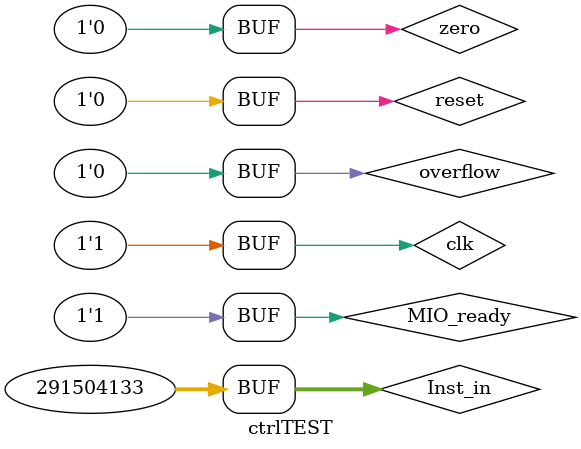
<source format=v>
`timescale 1ns / 1ps


module ctrlTEST;

	// Inputs
	reg clk;
	reg reset;
	reg [31:0] Inst_in;
	reg zero;
	reg overflow;
	reg MIO_ready;

	// Outputs
	wire MemRead;
	wire MemWrite;
	wire [2:0] ALU_operation;
	wire [4:0] state_out;
	wire CPU_MIO;
	wire IorD;
	wire IRWrite;
	wire [1:0] RegDst;
	wire RegWrite;
	wire [1:0] MemtoReg;
	wire ALUSrcA;
	wire [1:0] ALUSrcB;
	wire [1:0] PCSource;
	wire PCWrite;
	wire PCWriteCond;
	wire Branch;

	// Instantiate the Unit Under Test (UUT)
	ctrl uut (
		.clk(clk), 
		.reset(reset), 
		.Inst_in(Inst_in), 
		.zero(zero), 
		.overflow(overflow), 
		.MIO_ready(MIO_ready), 
		.MemRead(MemRead), 
		.MemWrite(MemWrite), 
		.ALU_operation(ALU_operation), 
		.state_out(state_out), 
		.CPU_MIO(CPU_MIO), 
		.IorD(IorD), 
		.IRWrite(IRWrite), 
		.RegDst(RegDst), 
		.RegWrite(RegWrite), 
		.MemtoReg(MemtoReg), 
		.ALUSrcA(ALUSrcA), 
		.ALUSrcB(ALUSrcB), 
		.PCSource(PCSource), 
		.PCWrite(PCWrite), 
		.PCWriteCond(PCWriteCond), 
		.Branch(Branch)
	);

	initial begin
		// Initialize Inputs
		clk = 0;
		reset = 0;
		Inst_in = 0;
		zero = 0;
		overflow = 0;
		MIO_ready = 0;
     
		// Wait 100 ns for global reset to finish
		#20;
		reset=1;
		#80;
		reset=0;
		MIO_ready = 1;
		clk = 1;
      Inst_in[31:0]  =  32'h3c03f000;
		#20;
		clk=0;
		#20;
		clk=1;
		#20;
		clk=0;
		#20;
		clk=1;
		#20;
		clk=0;
		#20;
		clk=1;
		
		#20;
		clk=0;
		#20;
		clk=1;
		Inst_in[31:0] = 32'h2014003f;
		#20;
		clk=0;
		#20;
		clk=1;
		#20;
		clk=0;
		#20;
		clk=1;
		#20;
		clk=0;
		#20;
		clk=1;
		
		#20;
		clk=0;
		#20;
		clk=1;
		Inst_in[31:0] = 32'h11600005;
		#20;
		clk=0;
		#20;
		clk=1;
		#20;
		clk=0;
		#20;
		clk=1;
		#20;
		clk=0;
		#20;
		clk=1;
		// Add stimulus here

	end
      
endmodule


</source>
